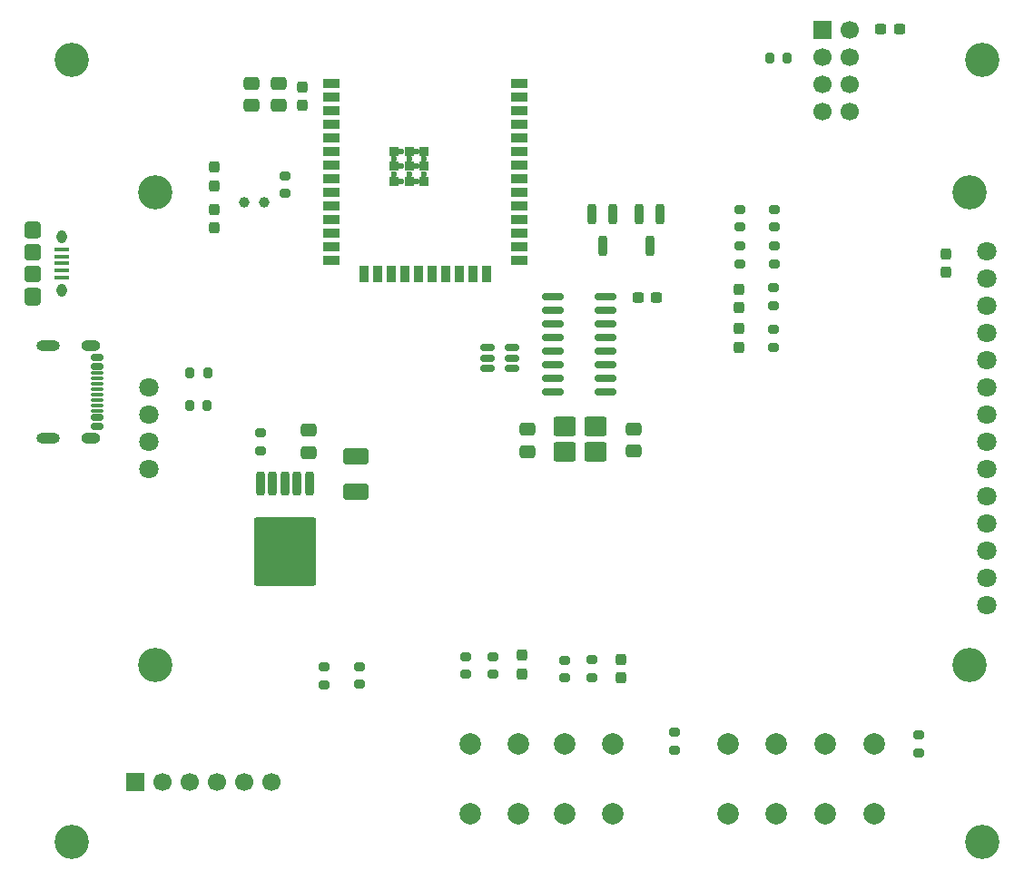
<source format=gts>
%TF.GenerationSoftware,KiCad,Pcbnew,9.0.2*%
%TF.CreationDate,2025-12-02T18:06:08+01:00*%
%TF.ProjectId,stacja_pogody_modu__wew,73746163-6a61-45f7-906f-676f64795f6d,rev?*%
%TF.SameCoordinates,Original*%
%TF.FileFunction,Soldermask,Top*%
%TF.FilePolarity,Negative*%
%FSLAX46Y46*%
G04 Gerber Fmt 4.6, Leading zero omitted, Abs format (unit mm)*
G04 Created by KiCad (PCBNEW 9.0.2) date 2025-12-02 18:06:08*
%MOMM*%
%LPD*%
G01*
G04 APERTURE LIST*
G04 Aperture macros list*
%AMRoundRect*
0 Rectangle with rounded corners*
0 $1 Rounding radius*
0 $2 $3 $4 $5 $6 $7 $8 $9 X,Y pos of 4 corners*
0 Add a 4 corners polygon primitive as box body*
4,1,4,$2,$3,$4,$5,$6,$7,$8,$9,$2,$3,0*
0 Add four circle primitives for the rounded corners*
1,1,$1+$1,$2,$3*
1,1,$1+$1,$4,$5*
1,1,$1+$1,$6,$7*
1,1,$1+$1,$8,$9*
0 Add four rect primitives between the rounded corners*
20,1,$1+$1,$2,$3,$4,$5,0*
20,1,$1+$1,$4,$5,$6,$7,0*
20,1,$1+$1,$6,$7,$8,$9,0*
20,1,$1+$1,$8,$9,$2,$3,0*%
G04 Aperture macros list end*
%ADD10RoundRect,0.200000X-0.200000X0.900000X-0.200000X-0.900000X0.200000X-0.900000X0.200000X0.900000X0*%
%ADD11RoundRect,0.249997X-2.650003X2.950003X-2.650003X-2.950003X2.650003X-2.950003X2.650003X2.950003X0*%
%ADD12C,1.800000*%
%ADD13C,3.200000*%
%ADD14O,1.550000X0.890000*%
%ADD15RoundRect,0.250000X-0.525000X0.475000X-0.525000X-0.475000X0.525000X-0.475000X0.525000X0.475000X0*%
%ADD16O,0.950000X1.250000*%
%ADD17RoundRect,0.250000X-0.525000X0.500000X-0.525000X-0.500000X0.525000X-0.500000X0.525000X0.500000X0*%
%ADD18RoundRect,0.100000X-0.575000X0.100000X-0.575000X-0.100000X0.575000X-0.100000X0.575000X0.100000X0*%
%ADD19RoundRect,0.200000X0.275000X-0.200000X0.275000X0.200000X-0.275000X0.200000X-0.275000X-0.200000X0*%
%ADD20RoundRect,0.237500X-0.237500X0.300000X-0.237500X-0.300000X0.237500X-0.300000X0.237500X0.300000X0*%
%ADD21RoundRect,0.237500X0.237500X-0.300000X0.237500X0.300000X-0.237500X0.300000X-0.237500X-0.300000X0*%
%ADD22RoundRect,0.200000X-0.275000X0.200000X-0.275000X-0.200000X0.275000X-0.200000X0.275000X0.200000X0*%
%ADD23RoundRect,0.200000X0.200000X0.275000X-0.200000X0.275000X-0.200000X-0.275000X0.200000X-0.275000X0*%
%ADD24RoundRect,0.250000X-0.475000X0.337500X-0.475000X-0.337500X0.475000X-0.337500X0.475000X0.337500X0*%
%ADD25RoundRect,0.237500X0.300000X0.237500X-0.300000X0.237500X-0.300000X-0.237500X0.300000X-0.237500X0*%
%ADD26RoundRect,0.150000X-0.512500X-0.150000X0.512500X-0.150000X0.512500X0.150000X-0.512500X0.150000X0*%
%ADD27RoundRect,0.200000X-0.200000X0.750000X-0.200000X-0.750000X0.200000X-0.750000X0.200000X0.750000X0*%
%ADD28RoundRect,0.250001X0.944999X-0.507499X0.944999X0.507499X-0.944999X0.507499X-0.944999X-0.507499X0*%
%ADD29R,1.500000X0.900000*%
%ADD30R,0.900000X1.500000*%
%ADD31R,0.900000X0.900000*%
%ADD32C,0.600000*%
%ADD33RoundRect,0.250000X0.475000X-0.337500X0.475000X0.337500X-0.475000X0.337500X-0.475000X-0.337500X0*%
%ADD34RoundRect,0.150000X-0.825000X-0.150000X0.825000X-0.150000X0.825000X0.150000X-0.825000X0.150000X0*%
%ADD35C,1.000000*%
%ADD36R,1.700000X1.700000*%
%ADD37C,1.700000*%
%ADD38RoundRect,0.250000X0.800000X0.650000X-0.800000X0.650000X-0.800000X-0.650000X0.800000X-0.650000X0*%
%ADD39C,2.000000*%
%ADD40RoundRect,0.150000X-0.425000X0.150000X-0.425000X-0.150000X0.425000X-0.150000X0.425000X0.150000X0*%
%ADD41RoundRect,0.075000X-0.500000X0.075000X-0.500000X-0.075000X0.500000X-0.075000X0.500000X0.075000X0*%
%ADD42O,1.800000X1.000000*%
%ADD43O,2.200000X1.000000*%
G04 APERTURE END LIST*
D10*
%TO.C,U7*%
X117620000Y-97575000D03*
X118760000Y-97575000D03*
D11*
X119900000Y-103875000D03*
D10*
X119900000Y-97575000D03*
X121040000Y-97575000D03*
X122180000Y-97575000D03*
%TD*%
D12*
%TO.C,U4*%
X107265200Y-96216900D03*
X107265200Y-93676900D03*
X107265200Y-91136900D03*
X107265200Y-88596900D03*
X185363572Y-108916620D03*
X185363572Y-106376620D03*
X185363572Y-103836620D03*
X185363572Y-101296620D03*
X185363572Y-98756620D03*
X185363572Y-96216620D03*
X185363572Y-93676620D03*
X185363572Y-91136620D03*
X185363572Y-88596620D03*
X185363572Y-86056620D03*
X185363572Y-83516620D03*
X185363572Y-80976620D03*
X185363572Y-78436620D03*
X185363572Y-75896620D03*
D13*
X183764844Y-114492077D03*
X183758501Y-70404566D03*
X107865200Y-70391900D03*
X107864844Y-114492077D03*
%TD*%
D14*
%TO.C,J1*%
X96400000Y-80500000D03*
D15*
X96400000Y-80025000D03*
D16*
X99100000Y-79500000D03*
D17*
X96400000Y-78000000D03*
X96400000Y-76000000D03*
D16*
X99100000Y-74500000D03*
D15*
X96400000Y-73975000D03*
D14*
X96400000Y-73500000D03*
D18*
X99100000Y-78300000D03*
X99100000Y-77650000D03*
X99100000Y-77000000D03*
X99100000Y-76350000D03*
X99100000Y-75700000D03*
%TD*%
D13*
%TO.C,H4*%
X185000000Y-58000000D03*
%TD*%
%TO.C,H3*%
X185000000Y-131000000D03*
%TD*%
%TO.C,H2*%
X100000000Y-131000000D03*
%TD*%
%TO.C,H1*%
X100000000Y-58000000D03*
%TD*%
D19*
%TO.C,R13*%
X165582200Y-77038200D03*
X165582200Y-75388200D03*
%TD*%
D20*
%TO.C,C12*%
X162255200Y-79426900D03*
X162255200Y-81151900D03*
%TD*%
%TO.C,C3*%
X142036800Y-113589900D03*
X142036800Y-115314900D03*
%TD*%
D21*
%TO.C,C16*%
X113350000Y-69775000D03*
X113350000Y-68050000D03*
%TD*%
D22*
%TO.C,R2*%
X126898400Y-114658000D03*
X126898400Y-116308000D03*
%TD*%
D19*
%TO.C,R8*%
X136753600Y-115379000D03*
X136753600Y-113729000D03*
%TD*%
D20*
%TO.C,C7*%
X121525000Y-60562500D03*
X121525000Y-62287500D03*
%TD*%
D22*
%TO.C,R16*%
X162382200Y-75388200D03*
X162382200Y-77038200D03*
%TD*%
%TO.C,R15*%
X162382200Y-71963200D03*
X162382200Y-73613200D03*
%TD*%
%TO.C,R17*%
X165506000Y-83173500D03*
X165506000Y-84823500D03*
%TD*%
D23*
%TO.C,R6*%
X112690200Y-90234400D03*
X111040200Y-90234400D03*
%TD*%
D19*
%TO.C,R10*%
X145973800Y-115709200D03*
X145973800Y-114059200D03*
%TD*%
D20*
%TO.C,C15*%
X113325000Y-71962500D03*
X113325000Y-73687500D03*
%TD*%
%TO.C,C10*%
X162255200Y-83108800D03*
X162255200Y-84833800D03*
%TD*%
D24*
%TO.C,C1*%
X122175000Y-92587500D03*
X122175000Y-94662500D03*
%TD*%
D23*
%TO.C,R12*%
X166788600Y-57810400D03*
X165138600Y-57810400D03*
%TD*%
D20*
%TO.C,C4*%
X151231600Y-113945500D03*
X151231600Y-115670500D03*
%TD*%
D25*
%TO.C,C8*%
X154558300Y-80177500D03*
X152833300Y-80177500D03*
%TD*%
D26*
%TO.C,U2*%
X138833300Y-84897500D03*
X138833300Y-85847500D03*
X138833300Y-86797500D03*
X141108300Y-86797500D03*
X141108300Y-85847500D03*
X141108300Y-84897500D03*
%TD*%
D22*
%TO.C,R4*%
X179074400Y-121048800D03*
X179074400Y-122698800D03*
%TD*%
D25*
%TO.C,C11*%
X177213600Y-55143400D03*
X175488600Y-55143400D03*
%TD*%
D22*
%TO.C,R7*%
X139319000Y-113729000D03*
X139319000Y-115379000D03*
%TD*%
D27*
%TO.C,Q3*%
X150487500Y-72375000D03*
X148587500Y-72375000D03*
X149537500Y-75375000D03*
%TD*%
%TO.C,Q2*%
X154884200Y-72390000D03*
X152984200Y-72390000D03*
X153934200Y-75390000D03*
%TD*%
D28*
%TO.C,C17*%
X126525000Y-98277500D03*
X126525000Y-95022500D03*
%TD*%
D22*
%TO.C,R18*%
X165506000Y-79291600D03*
X165506000Y-80941600D03*
%TD*%
D29*
%TO.C,U3*%
X124250000Y-60240000D03*
X124250000Y-61510000D03*
X124250000Y-62780000D03*
X124250000Y-64050000D03*
X124250000Y-65320000D03*
X124250000Y-66590000D03*
X124250000Y-67860000D03*
X124250000Y-69130000D03*
X124250000Y-70400000D03*
X124250000Y-71670000D03*
X124250000Y-72940000D03*
X124250000Y-74210000D03*
X124250000Y-75480000D03*
X124250000Y-76750000D03*
D30*
X127285000Y-78000000D03*
X128555000Y-78000000D03*
X129825000Y-78000000D03*
X131095000Y-78000000D03*
X132365000Y-78000000D03*
X133635000Y-78000000D03*
X134905000Y-78000000D03*
X136175000Y-78000000D03*
X137445000Y-78000000D03*
X138715000Y-78000000D03*
D29*
X141750000Y-76750000D03*
X141750000Y-75480000D03*
X141750000Y-74210000D03*
X141750000Y-72940000D03*
X141750000Y-71670000D03*
X141750000Y-70400000D03*
X141750000Y-69130000D03*
X141750000Y-67860000D03*
X141750000Y-66590000D03*
X141750000Y-65320000D03*
X141750000Y-64050000D03*
X141750000Y-62780000D03*
X141750000Y-61510000D03*
X141750000Y-60240000D03*
D31*
X130100000Y-66560000D03*
D32*
X130100000Y-67260000D03*
D31*
X130100000Y-67960000D03*
D32*
X130100000Y-68660000D03*
D31*
X130100000Y-69360000D03*
D32*
X130800000Y-66560000D03*
X130800000Y-67960000D03*
X130800000Y-69360000D03*
D31*
X131500000Y-66560000D03*
D32*
X131500000Y-67260000D03*
D31*
X131500000Y-67960000D03*
D32*
X131500000Y-68660000D03*
D31*
X131500000Y-69360000D03*
D32*
X132200000Y-66560000D03*
X132200000Y-67960000D03*
X132200000Y-69360000D03*
D31*
X132900000Y-66560000D03*
D32*
X132900000Y-67260000D03*
D31*
X132900000Y-67960000D03*
D32*
X132900000Y-68660000D03*
D31*
X132900000Y-69360000D03*
%TD*%
D24*
%TO.C,C13*%
X119325000Y-60212500D03*
X119325000Y-62287500D03*
%TD*%
%TO.C,C5*%
X152416400Y-92446500D03*
X152416400Y-94521500D03*
%TD*%
D19*
%TO.C,R19*%
X117625000Y-94500000D03*
X117625000Y-92850000D03*
%TD*%
D22*
%TO.C,R9*%
X148590000Y-113984200D03*
X148590000Y-115634200D03*
%TD*%
D23*
%TO.C,R5*%
X112715200Y-87234400D03*
X111065200Y-87234400D03*
%TD*%
D33*
%TO.C,C6*%
X142510400Y-94572300D03*
X142510400Y-92497300D03*
%TD*%
D22*
%TO.C,R3*%
X156274400Y-120761300D03*
X156274400Y-122411300D03*
%TD*%
D21*
%TO.C,C9*%
X181584600Y-77851000D03*
X181584600Y-76126000D03*
%TD*%
D34*
%TO.C,U5*%
X144895800Y-80097500D03*
X144895800Y-81367500D03*
X144895800Y-82637500D03*
X144895800Y-83907500D03*
X144895800Y-85177500D03*
X144895800Y-86447500D03*
X144895800Y-87717500D03*
X144895800Y-88987500D03*
X149845800Y-88987500D03*
X149845800Y-87717500D03*
X149845800Y-86447500D03*
X149845800Y-85177500D03*
X149845800Y-83907500D03*
X149845800Y-82637500D03*
X149845800Y-81367500D03*
X149845800Y-80097500D03*
%TD*%
D24*
%TO.C,C14*%
X116800000Y-60212500D03*
X116800000Y-62287500D03*
%TD*%
D35*
%TO.C,Y2*%
X116100000Y-71345000D03*
X118000000Y-71345000D03*
%TD*%
D22*
%TO.C,R1*%
X123604200Y-114664000D03*
X123604200Y-116314000D03*
%TD*%
D36*
%TO.C,U6*%
X170039700Y-55233400D03*
D37*
X172579700Y-55233400D03*
X170039700Y-57773400D03*
X172579700Y-57773400D03*
X170039700Y-60313400D03*
X172579700Y-60313400D03*
X170039700Y-62853400D03*
X172579700Y-62853400D03*
%TD*%
D38*
%TO.C,Y1*%
X148895800Y-92262500D03*
X145995800Y-92262500D03*
X145995800Y-94562500D03*
X148895800Y-94562500D03*
%TD*%
D22*
%TO.C,R14*%
X165607200Y-71963200D03*
X165607200Y-73613200D03*
%TD*%
%TO.C,R11*%
X119950000Y-68850000D03*
X119950000Y-70500000D03*
%TD*%
D39*
%TO.C,EN*%
X170350000Y-121875000D03*
X170350000Y-128375000D03*
X174850000Y-121875000D03*
X174850000Y-128375000D03*
%TD*%
%TO.C,BOOT*%
X161250000Y-121875000D03*
X161250000Y-128375000D03*
X165750000Y-121875000D03*
X165750000Y-128375000D03*
%TD*%
%TO.C,SW1*%
X141696000Y-128345000D03*
X141696000Y-121845000D03*
X137196000Y-128345000D03*
X137196000Y-121845000D03*
%TD*%
D36*
%TO.C,J3*%
X105968800Y-125450600D03*
D37*
X108508800Y-125450600D03*
X111048800Y-125450600D03*
X113588800Y-125450600D03*
X116128800Y-125450600D03*
X118668800Y-125450600D03*
%TD*%
D39*
%TO.C,SW2*%
X150496000Y-128345000D03*
X150496000Y-121845000D03*
X145996000Y-128345000D03*
X145996000Y-121845000D03*
%TD*%
D40*
%TO.C,J2*%
X102380000Y-85800000D03*
X102380000Y-86600000D03*
D41*
X102380000Y-87750000D03*
X102380000Y-88750000D03*
X102380000Y-89250000D03*
X102380000Y-90250000D03*
D40*
X102380000Y-91400000D03*
X102380000Y-92200000D03*
X102380000Y-92200000D03*
X102380000Y-91400000D03*
D41*
X102380000Y-90750000D03*
X102380000Y-89750000D03*
X102380000Y-88250000D03*
X102380000Y-87250000D03*
D40*
X102380000Y-86600000D03*
X102380000Y-85800000D03*
D42*
X101805000Y-84680000D03*
D43*
X97825000Y-84680000D03*
D42*
X101805000Y-93320000D03*
D43*
X97825000Y-93320000D03*
%TD*%
M02*

</source>
